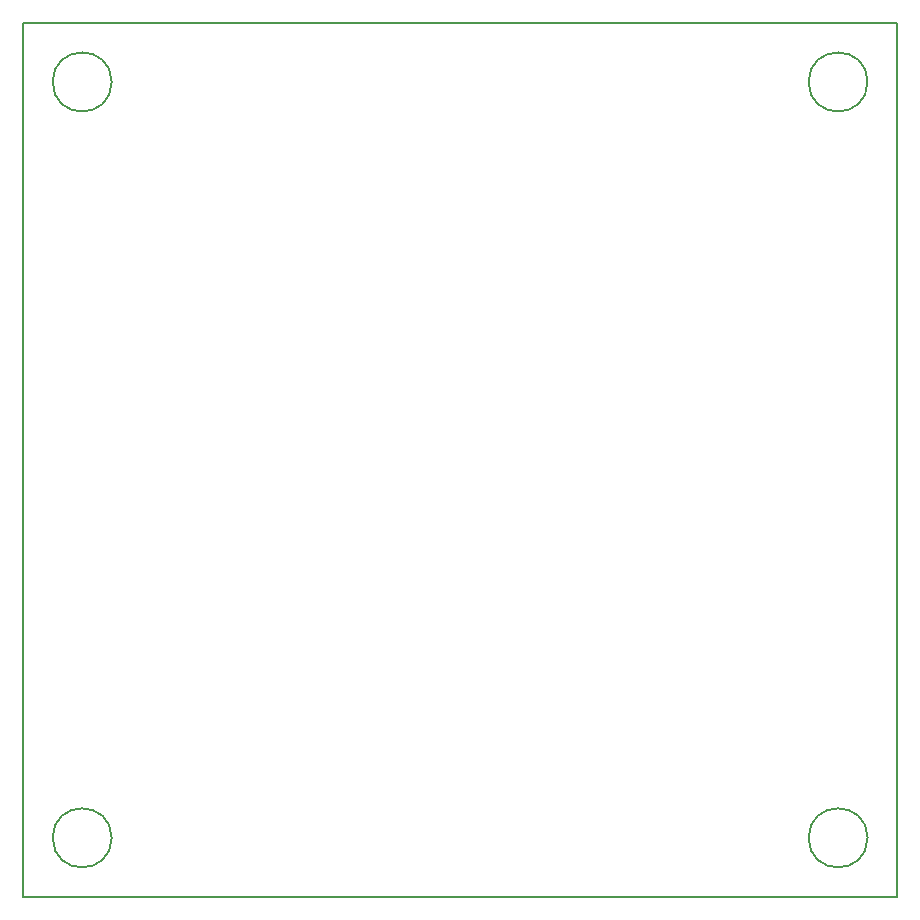
<source format=gbr>
%TF.GenerationSoftware,KiCad,Pcbnew,(6.0.1)*%
%TF.CreationDate,2022-02-16T21:04:10+01:00*%
%TF.ProjectId,ESP32_SCD30,45535033-325f-4534-9344-33302e6b6963,rev?*%
%TF.SameCoordinates,Original*%
%TF.FileFunction,Profile,NP*%
%FSLAX46Y46*%
G04 Gerber Fmt 4.6, Leading zero omitted, Abs format (unit mm)*
G04 Created by KiCad (PCBNEW (6.0.1)) date 2022-02-16 21:04:10*
%MOMM*%
%LPD*%
G01*
G04 APERTURE LIST*
%TA.AperFunction,Profile*%
%ADD10C,0.200000*%
%TD*%
G04 APERTURE END LIST*
D10*
X82380000Y-48936000D02*
X156380000Y-48936000D01*
X153880000Y-53936000D02*
G75*
G03*
X153880000Y-53936000I-2500000J0D01*
G01*
X82380000Y-122936000D02*
X156380000Y-122936000D01*
X89880000Y-117936000D02*
G75*
G03*
X89880000Y-117936000I-2500000J0D01*
G01*
X153880000Y-117936000D02*
G75*
G03*
X153880000Y-117936000I-2500000J0D01*
G01*
X82380000Y-48936000D02*
X82380000Y-122936000D01*
X156380000Y-48936000D02*
X156380000Y-122936000D01*
X89880000Y-53936000D02*
G75*
G03*
X89880000Y-53936000I-2500000J0D01*
G01*
M02*

</source>
